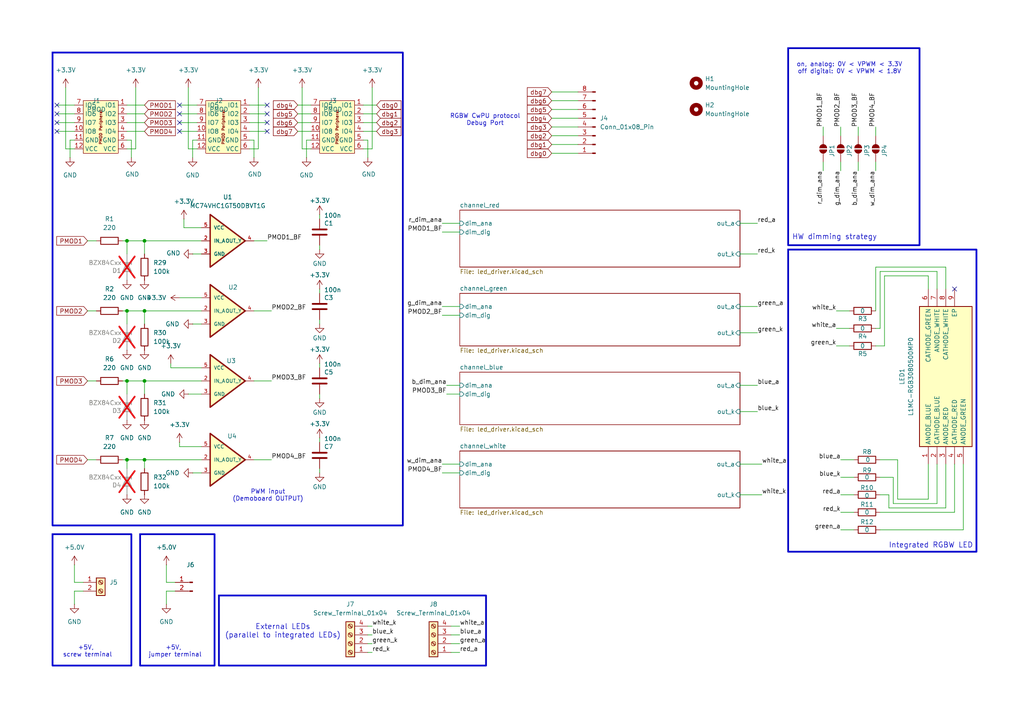
<source format=kicad_sch>
(kicad_sch (version 20250114) (generator "eeschema") (generator_version "9.0")
  (paper "A4")
  (title_block (title "tt08 RGBW Controller PMOD board") (rev "1") (company "Enrico Sanino"))
  (lib_symbols
    (symbol "Connector:Conn_01x02_Pin" (pin_names (offset 1.016) (hide yes))
      (property "Reference" "J" (at 0 2.54 0))
      (property "Value" "Conn_01x02_Pin" (at 0 -5.08 0))
      (symbol "Conn_01x02_Pin_1_1"
        (pin passive line (at 5.08 0 180) (length 3.81) (name "Pin_1") (number "1"))
        (pin passive line (at 5.08 -2.54 180) (length 3.81) (name "Pin_2") (number "2"))
      )
    )
    (symbol "Connector:Conn_01x08_Pin" (pin_names (offset 1.016) (hide yes))
      (property "Reference" "J" (at 0 10.16 0))
      (property "Value" "Conn_01x08_Pin" (at 0 -12.7 0))
      (symbol "Conn_01x08_Pin_1_1"
        (pin passive line (at 5.08 7.62 180) (length 3.81) (name "Pin_1") (number "1"))
        (pin passive line (at 5.08 5.08 180) (length 3.81) (name "Pin_2") (number "2"))
        (pin passive line (at 5.08 2.54 180) (length 3.81) (name "Pin_3") (number "3"))
        (pin passive line (at 5.08 0 180) (length 3.81) (name "Pin_4") (number "4"))
        (pin passive line (at 5.08 -2.54 180) (length 3.81) (name "Pin_5") (number "5"))
        (pin passive line (at 5.08 -5.08 180) (length 3.81) (name "Pin_6") (number "6"))
        (pin passive line (at 5.08 -7.62 180) (length 3.81) (name "Pin_7") (number "7"))
        (pin passive line (at 5.08 -10.16 180) (length 3.81) (name "Pin_8") (number "8"))
      )
    )
    (symbol "Connector:Screw_Terminal_01x02" (pin_names (offset 1.016) (hide yes))
      (property "Reference" "J" (at 0 2.54 0))
      (property "Value" "Screw_Terminal_01x02" (at 0 -5.08 0))
      (symbol "Screw_Terminal_01x02_1_1"
        (pin passive line (at -5.08 0 0) (length 3.81) (name "Pin_1") (number "1"))
        (pin passive line (at -5.08 -2.54 0) (length 3.81) (name "Pin_2") (number "2"))
      )
    )
    (symbol "Connector:Screw_Terminal_01x04" (pin_names (offset 1.016) (hide yes))
      (property "Reference" "J" (at 0 5.08 0))
      (property "Value" "Screw_Terminal_01x04" (at 0 -7.62 0))
      (symbol "Screw_Terminal_01x04_1_1"
        (pin passive line (at -5.08 2.54 0) (length 3.81) (name "Pin_1") (number "1"))
        (pin passive line (at -5.08 0 0) (length 3.81) (name "Pin_2") (number "2"))
        (pin passive line (at -5.08 -2.54 0) (length 3.81) (name "Pin_3") (number "3"))
        (pin passive line (at -5.08 -5.08 0) (length 3.81) (name "Pin_4") (number "4"))
      )
    )
    (symbol "Device:C" (pin_numbers (hide yes)) (pin_names (offset 0.254))
      (property "Reference" "C" (at 0.635 2.54 0))
      (property "Value" "C" (at 0.635 -2.54 0))
      (symbol "C_1_1"
        (pin passive line (at 0 3.81 270) (length 2.794) (name "~") (number "1"))
        (pin passive line (at 0 -3.81 90) (length 2.794) (name "~") (number "2"))
      )
    )
    (symbol "Device:R" (pin_numbers (hide yes)) (pin_names (offset 0))
      (property "Reference" "R" (at 2.032 0 90))
      (property "Value" "R" (at 0 0 90))
      (symbol "R_1_1"
        (pin passive line (at 0 3.81 270) (length 1.27) (name "~") (number "1"))
        (pin passive line (at 0 -3.81 90) (length 1.27) (name "~") (number "2"))
      )
    )
    (symbol "Diode:BZX84Cxx" (pin_numbers (hide yes)) (pin_names (hide yes))
      (property "Reference" "D" (at 0 3.81 0))
      (property "Value" "BZX84Cxx" (at 0 -3.81 0))
      (symbol "BZX84Cxx_1_1"
        (pin passive line (at -3.81 0 0) (length 2.54) (name "K") (number "3"))
        (pin no_connect line (at 1.27 0 180) (length 2.54) (hide yes) (name "NC") (number "2"))
        (pin passive line (at 3.81 0 180) (length 2.54) (name "A") (number "1"))
      )
    )
    (symbol "Jumper:SolderJumper_2_Open" (pin_numbers (hide yes)) (pin_names (offset 0) (hide yes)) (exclude_from_sim yes) (in_bom no)
      (property "Reference" "JP" (at 0 2.032 0))
      (property "Value" "SolderJumper_2_Open" (at 0 -2.54 0))
      (symbol "SolderJumper_2_Open_1_1"
        (pin passive line (at -3.81 0 0) (length 2.54) (name "A") (number "1"))
        (pin passive line (at 3.81 0 180) (length 2.54) (name "B") (number "2"))
      )
    )
    (symbol "L1MC-RGB3080500MP0:L1MC-RGB3080500MP0"
      (property "Reference" "LED" (at 46.99 7.62 0))
      (property "Value" "L1MC-RGB3080500MP0" (at 46.99 5.08 0))
      (symbol "L1MC-RGB3080500MP0_1_1"
        (pin passive line (at 0 0 0) (length 5.08) (name "ANODE_BLUE") (number "1"))
        (pin passive line (at 0 -2.54 0) (length 5.08) (name "CATHODE_BLUE") (number "2"))
        (pin passive line (at 0 -5.08 0) (length 5.08) (name "ANODE_RED") (number "3"))
        (pin passive line (at 0 -7.62 0) (length 5.08) (name "CATHODE_RED") (number "4"))
        (pin passive line (at 0 -10.16 0) (length 5.08) (name "ANODE_GREEN") (number "5"))
        (pin passive line (at 50.8 0 180) (length 5.08) (name "CATHODE_GREEN") (number "6"))
        (pin passive line (at 50.8 -2.54 180) (length 5.08) (name "ANODE_WHITE") (number "7"))
        (pin passive line (at 50.8 -5.08 180) (length 5.08) (name "CATHODE_WHITE") (number "8"))
        (pin passive line (at 50.8 -7.62 180) (length 5.08) (name "EP") (number "9"))
      )
    )
    (symbol "MC74VHC1GT50DTT1:MC74VHC1GT50DTT1" (pin_names (offset 1.016))
      (property "Reference" "U" (at -6.8158 15.7921 0))
      (property "Value" "MC74VHC1GT50DTT1" (at -5.951 -11.458 0))
      (symbol "MC74VHC1GT50DTT1_1_0"
        (pin power_in line (at -17.78 7.62 0) (length 2.54) (name "VCC") (number "5"))
        (pin input line (at -17.78 3.81 0) (length 2.54) (name "IN_A") (number "2"))
        (pin passive line (at -17.78 0 0) (length 2.54) (name "GND") (number "3"))
        (pin no_connect line (at -8.89 -3.81 90) (length 5.08) (hide yes) (name "NC") (number "1"))
        (pin output line (at -2.54 3.81 180) (length 2.54) (name "OUT_Y") (number "4"))
      )
    )
    (symbol "Mechanical:MountingHole" (pin_names (offset 1.016)) (exclude_from_sim yes) (in_bom no)
      (property "Reference" "H" (at 0 5.08 0))
      (property "Value" "MountingHole" (at 0 3.175 0))
    )
    (symbol "TinyTapeout_PMOD:PMOD_PERIPH_2x6"
      (property "Reference" "J" (at -3.81 12.7 0))
      (property "Value" "10129382-912001BLF" (at 2.54 -5.08 0))
      (symbol "PMOD_PERIPH_2x6_1_1"
        (text "PMOD Peripheral" (at 0 3.81 900) (effects (font (size 0.8 0.8))))
        (pin bidirectional line (at -7.62 10.16 0) (length 2.54) (name "IO1") (number "1"))
        (pin bidirectional line (at -7.62 7.62 0) (length 2.54) (name "IO2") (number "2"))
        (pin bidirectional line (at -7.62 5.08 0) (length 2.54) (name "IO3") (number "3"))
        (pin bidirectional line (at -7.62 2.54 0) (length 2.54) (name "IO4") (number "4"))
        (pin power_in line (at -7.62 0 0) (length 2.54) (name "GND") (number "5"))
        (pin power_in line (at -7.62 -2.54 0) (length 2.54) (name "VCC") (number "6"))
        (pin bidirectional line (at 7.62 10.16 180) (length 2.54) (name "IO5") (number "7"))
        (pin bidirectional line (at 7.62 7.62 180) (length 2.54) (name "IO6") (number "8"))
        (pin bidirectional line (at 7.62 5.08 180) (length 2.54) (name "IO7") (number "9"))
        (pin bidirectional line (at 7.62 2.54 180) (length 2.54) (name "IO8") (number "10"))
        (pin power_in line (at 7.62 0 180) (length 2.54) (name "GND") (number "11"))
        (pin power_in line (at 7.62 -2.54 180) (length 2.54) (name "VCC") (number "12"))
      )
    )
    (symbol "power:+3.3V" (power) (pin_numbers (hide yes)) (pin_names (offset 0) (hide yes))
      (property "Value" "+3.3V" (at 0 3.556 0))
      (symbol "+3.3V_1_1"
        (pin power_in line (at 0 0 90) (length 0) (name "~") (number "1"))
      )
    )
    (symbol "power:GND" (power) (pin_numbers (hide yes)) (pin_names (offset 0) (hide yes))
      (property "Value" "GND" (at 0 -3.81 0))
      (symbol "GND_1_1"
        (pin power_in line (at 0 0 270) (length 0) (name "~") (number "1"))
      )
    )
  )
  (rectangle (start 228.6 72.39) (end 283.21 160.02) (stroke (width 0.508)))
  (rectangle (start 15.24 15.24) (end 116.84 152.4) (stroke (width 0.508)))
  (rectangle (start 40.64 154.94) (end 62.23 193.04) (stroke (width 0.508)))
  (rectangle (start 63.5 172.72) (end 140.97 193.04) (stroke (width 0.508)))
  (rectangle (start 228.6 13.97) (end 266.7 71.12) (stroke (width 0.508)))
  (rectangle (start 15.24 154.94) (end 38.1 193.04) (stroke (width 0.508)))
  (text "on, analog: 0V < VPWM < 3.3V\noff digital: 0V < VPWM < 1.8V" (at 246.38 19.812 0) (effects (font (size 1.27 1.27))))
  (text "Integrated RGBW LED" (at 270.002 158.242 0) (effects (font (size 1.524 1.524))))
  (text "+5V, \nscrew terminal" (at 25.4 188.976 0) (effects (font (size 1.27 1.27))))
  (text "External LEDs\n(parallel to integrated LEDs)" (at 82.042 183.134 0) (effects (font (size 1.524 1.524))))
  (text "PWM input\n(Demoboard OUTPUT)" (at 77.724 143.764 0) (effects (font (size 1.27 1.27))))
  (text "+5V, \njumper terminal" (at 50.8 188.976 0) (effects (font (size 1.27 1.27))))
  (text "HW dimming strategy" (at 242.062 68.834 0) (effects (font (size 1.524 1.524))))
  (text "RGBW CwPU protocol\nDebug Port" (at 140.716 34.798 0) (effects (font (size 1.27 1.27))))
  (junction (at 36.83 69.85))
  (junction (at 41.91 90.17))
  (junction (at 41.91 110.49))
  (junction (at 41.91 133.35))
  (junction (at 36.83 90.17))
  (junction (at 36.83 133.35))
  (junction (at 41.91 69.85))
  (junction (at 36.83 110.49))
  (no_connect (at 52.07 30.48))
  (no_connect (at 16.51 35.56))
  (no_connect (at 16.51 33.02))
  (no_connect (at 16.51 38.1))
  (no_connect (at 77.47 33.02))
  (no_connect (at 77.47 30.48))
  (no_connect (at 77.47 38.1))
  (no_connect (at 276.86 83.82))
  (no_connect (at 16.51 30.48))
  (no_connect (at 77.47 35.56))
  (no_connect (at 52.07 33.02))
  (no_connect (at 52.07 35.56))
  (no_connect (at 52.07 38.1))
  (wire (pts (xy 55.88 137.16) (xy 58.42 137.16)))
  (wire (pts (xy 41.91 110.49) (xy 41.91 114.3)))
  (wire (pts (xy 255.27 133.35) (xy 260.35 133.35)))
  (wire (pts (xy 106.68 40.64) (xy 106.68 45.72)))
  (wire (pts (xy 133.35 184.15) (xy 130.81 184.15)))
  (wire (pts (xy 107.95 43.18) (xy 105.41 43.18)))
  (wire (pts (xy 269.24 80.01) (xy 269.24 83.82)))
  (wire (pts (xy 167.64 29.21) (xy 160.02 29.21)))
  (wire (pts (xy 88.9 40.64) (xy 88.9 45.72)))
  (wire (pts (xy 243.84 133.35) (xy 247.65 133.35)))
  (wire (pts (xy 16.51 30.48) (xy 21.59 30.48)))
  (wire (pts (xy 254 95.25) (xy 255.27 95.25)))
  (wire (pts (xy 36.83 30.48) (xy 41.91 30.48)))
  (wire (pts (xy 105.41 30.48) (xy 109.22 30.48)))
  (wire (pts (xy 128.27 88.9) (xy 133.35 88.9)))
  (wire (pts (xy 167.64 41.91) (xy 160.02 41.91)))
  (wire (pts (xy 36.83 33.02) (xy 41.91 33.02)))
  (wire (pts (xy 58.42 106.68) (xy 49.53 106.68)))
  (wire (pts (xy 276.86 134.62) (xy 276.86 148.59)))
  (wire (pts (xy 214.63 134.62) (xy 220.98 134.62)))
  (wire (pts (xy 36.83 90.17) (xy 41.91 90.17)))
  (wire (pts (xy 41.91 69.85) (xy 58.42 69.85)))
  (wire (pts (xy 73.66 69.85) (xy 77.47 69.85)))
  (wire (pts (xy 238.76 36.83) (xy 238.76 39.37)))
  (wire (pts (xy 242.57 90.17) (xy 246.38 90.17)))
  (wire (pts (xy 254 77.47) (xy 274.32 77.47)))
  (wire (pts (xy 214.63 88.9) (xy 219.71 88.9)))
  (wire (pts (xy 21.59 171.45) (xy 21.59 175.26)))
  (wire (pts (xy 214.63 119.38) (xy 219.71 119.38)))
  (wire (pts (xy 167.64 34.29) (xy 160.02 34.29)))
  (wire (pts (xy 254 100.33) (xy 256.54 100.33)))
  (wire (pts (xy 243.84 143.51) (xy 247.65 143.51)))
  (wire (pts (xy 133.35 189.23) (xy 130.81 189.23)))
  (wire (pts (xy 269.24 134.62) (xy 269.24 144.78)))
  (wire (pts (xy 25.4 133.35) (xy 27.94 133.35)))
  (wire (pts (xy 25.4 69.85) (xy 27.94 69.85)))
  (wire (pts (xy 167.64 39.37) (xy 160.02 39.37)))
  (wire (pts (xy 128.27 137.16) (xy 133.35 137.16)))
  (wire (pts (xy 19.05 43.18) (xy 21.59 43.18)))
  (wire (pts (xy 105.41 38.1) (xy 109.22 38.1)))
  (wire (pts (xy 41.91 90.17) (xy 58.42 90.17)))
  (wire (pts (xy 52.07 86.36) (xy 58.42 86.36)))
  (wire (pts (xy 254 36.83) (xy 254 39.37)))
  (wire (pts (xy 107.95 189.23) (xy 106.68 189.23)))
  (wire (pts (xy 50.8 168.91) (xy 48.26 168.91)))
  (wire (pts (xy 24.13 168.91) (xy 21.59 168.91)))
  (wire (pts (xy 52.07 33.02) (xy 57.15 33.02)))
  (wire (pts (xy 54.61 43.18) (xy 57.15 43.18)))
  (wire (pts (xy 36.83 69.85) (xy 41.91 69.85)))
  (wire (pts (xy 255.27 95.25) (xy 255.27 78.74)))
  (wire (pts (xy 73.66 133.35) (xy 78.74 133.35)))
  (wire (pts (xy 128.27 67.31) (xy 133.35 67.31)))
  (wire (pts (xy 25.4 110.49) (xy 27.94 110.49)))
  (wire (pts (xy 256.54 80.01) (xy 256.54 100.33)))
  (wire (pts (xy 36.83 110.49) (xy 41.91 110.49)))
  (wire (pts (xy 92.71 127) (xy 92.71 128.27)))
  (wire (pts (xy 38.1 40.64) (xy 38.1 45.72)))
  (wire (pts (xy 41.91 133.35) (xy 41.91 135.89)))
  (wire (pts (xy 73.66 110.49) (xy 78.74 110.49)))
  (wire (pts (xy 16.51 38.1) (xy 21.59 38.1)))
  (wire (pts (xy 73.66 40.64) (xy 73.66 45.72)))
  (wire (pts (xy 269.24 80.01) (xy 256.54 80.01)))
  (wire (pts (xy 55.88 40.64) (xy 57.15 40.64)))
  (wire (pts (xy 36.83 133.35) (xy 36.83 135.89)))
  (wire (pts (xy 243.84 36.83) (xy 243.84 39.37)))
  (wire (pts (xy 35.56 133.35) (xy 36.83 133.35)))
  (wire (pts (xy 55.88 93.98) (xy 58.42 93.98)))
  (wire (pts (xy 58.42 129.54) (xy 52.07 129.54)))
  (wire (pts (xy 274.32 134.62) (xy 274.32 147.32)))
  (wire (pts (xy 87.63 43.18) (xy 90.17 43.18)))
  (wire (pts (xy 107.95 186.69) (xy 106.68 186.69)))
  (wire (pts (xy 214.63 73.66) (xy 219.71 73.66)))
  (wire (pts (xy 133.35 181.61) (xy 130.81 181.61)))
  (wire (pts (xy 36.83 40.64) (xy 38.1 40.64)))
  (wire (pts (xy 167.64 26.67) (xy 160.02 26.67)))
  (wire (pts (xy 72.39 35.56) (xy 77.47 35.56)))
  (wire (pts (xy 254 46.99) (xy 254 49.53)))
  (wire (pts (xy 35.56 69.85) (xy 36.83 69.85)))
  (wire (pts (xy 243.84 46.99) (xy 243.84 49.53)))
  (wire (pts (xy 105.41 35.56) (xy 109.22 35.56)))
  (wire (pts (xy 248.92 36.83) (xy 248.92 39.37)))
  (wire (pts (xy 269.24 144.78) (xy 260.35 144.78)))
  (wire (pts (xy 242.57 95.25) (xy 246.38 95.25)))
  (wire (pts (xy 107.95 184.15) (xy 106.68 184.15)))
  (wire (pts (xy 41.91 69.85) (xy 41.91 73.66)))
  (wire (pts (xy 92.71 62.23) (xy 92.71 63.5)))
  (wire (pts (xy 92.71 83.82) (xy 92.71 85.09)))
  (wire (pts (xy 54.61 25.4) (xy 54.61 43.18)))
  (wire (pts (xy 86.36 30.48) (xy 90.17 30.48)))
  (wire (pts (xy 214.63 64.77) (xy 219.71 64.77)))
  (wire (pts (xy 92.71 135.89) (xy 92.71 137.16)))
  (wire (pts (xy 21.59 168.91) (xy 21.59 163.83)))
  (wire (pts (xy 72.39 40.64) (xy 73.66 40.64)))
  (wire (pts (xy 167.64 44.45) (xy 160.02 44.45)))
  (wire (pts (xy 16.51 35.56) (xy 21.59 35.56)))
  (wire (pts (xy 25.4 90.17) (xy 27.94 90.17)))
  (wire (pts (xy 50.8 171.45) (xy 48.26 171.45)))
  (wire (pts (xy 133.35 186.69) (xy 130.81 186.69)))
  (wire (pts (xy 167.64 31.75) (xy 160.02 31.75)))
  (wire (pts (xy 255.27 138.43) (xy 259.08 138.43)))
  (wire (pts (xy 243.84 138.43) (xy 247.65 138.43)))
  (wire (pts (xy 72.39 38.1) (xy 77.47 38.1)))
  (wire (pts (xy 243.84 148.59) (xy 247.65 148.59)))
  (wire (pts (xy 52.07 30.48) (xy 57.15 30.48)))
  (wire (pts (xy 274.32 77.47) (xy 274.32 83.82)))
  (wire (pts (xy 243.84 153.67) (xy 247.65 153.67)))
  (wire (pts (xy 107.95 25.4) (xy 107.95 43.18)))
  (wire (pts (xy 86.36 33.02) (xy 90.17 33.02)))
  (wire (pts (xy 36.83 110.49) (xy 36.83 114.3)))
  (wire (pts (xy 92.71 114.3) (xy 92.71 115.57)))
  (wire (pts (xy 54.61 114.3) (xy 58.42 114.3)))
  (wire (pts (xy 214.63 111.76) (xy 219.71 111.76)))
  (wire (pts (xy 260.35 144.78) (xy 260.35 133.35)))
  (wire (pts (xy 24.13 171.45) (xy 21.59 171.45)))
  (wire (pts (xy 20.32 40.64) (xy 20.32 45.72)))
  (wire (pts (xy 52.07 38.1) (xy 57.15 38.1)))
  (wire (pts (xy 16.51 33.02) (xy 21.59 33.02)))
  (wire (pts (xy 55.88 73.66) (xy 58.42 73.66)))
  (wire (pts (xy 36.83 35.56) (xy 41.91 35.56)))
  (wire (pts (xy 214.63 143.51) (xy 220.98 143.51)))
  (wire (pts (xy 58.42 66.04) (xy 53.34 66.04)))
  (wire (pts (xy 35.56 90.17) (xy 36.83 90.17)))
  (wire (pts (xy 20.32 40.64) (xy 21.59 40.64)))
  (wire (pts (xy 35.56 110.49) (xy 36.83 110.49)))
  (wire (pts (xy 279.4 134.62) (xy 279.4 153.67)))
  (wire (pts (xy 36.83 38.1) (xy 41.91 38.1)))
  (wire (pts (xy 129.54 114.3) (xy 133.35 114.3)))
  (wire (pts (xy 128.27 134.62) (xy 133.35 134.62)))
  (wire (pts (xy 48.26 168.91) (xy 48.26 163.83)))
  (wire (pts (xy 88.9 40.64) (xy 90.17 40.64)))
  (wire (pts (xy 257.81 147.32) (xy 274.32 147.32)))
  (wire (pts (xy 52.07 129.54) (xy 52.07 128.27)))
  (wire (pts (xy 242.57 100.33) (xy 246.38 100.33)))
  (wire (pts (xy 87.63 25.4) (xy 87.63 43.18)))
  (wire (pts (xy 257.81 143.51) (xy 257.81 147.32)))
  (wire (pts (xy 255.27 143.51) (xy 257.81 143.51)))
  (wire (pts (xy 49.53 106.68) (xy 49.53 105.41)))
  (wire (pts (xy 238.76 46.99) (xy 238.76 49.53)))
  (wire (pts (xy 48.26 171.45) (xy 48.26 175.26)))
  (wire (pts (xy 86.36 35.56) (xy 90.17 35.56)))
  (wire (pts (xy 41.91 133.35) (xy 58.42 133.35)))
  (wire (pts (xy 36.83 69.85) (xy 36.83 73.66)))
  (wire (pts (xy 259.08 138.43) (xy 259.08 146.05)))
  (wire (pts (xy 128.27 91.44) (xy 133.35 91.44)))
  (wire (pts (xy 129.54 111.76) (xy 133.35 111.76)))
  (wire (pts (xy 105.41 33.02) (xy 109.22 33.02)))
  (wire (pts (xy 255.27 153.67) (xy 279.4 153.67)))
  (wire (pts (xy 39.37 25.4) (xy 39.37 43.18)))
  (wire (pts (xy 74.93 25.4) (xy 74.93 43.18)))
  (wire (pts (xy 255.27 78.74) (xy 271.78 78.74)))
  (wire (pts (xy 36.83 90.17) (xy 36.83 93.98)))
  (wire (pts (xy 41.91 110.49) (xy 58.42 110.49)))
  (wire (pts (xy 55.88 40.64) (xy 55.88 45.72)))
  (wire (pts (xy 53.34 66.04) (xy 53.34 63.5)))
  (wire (pts (xy 92.71 92.71) (xy 92.71 93.98)))
  (wire (pts (xy 107.95 181.61) (xy 106.68 181.61)))
  (wire (pts (xy 259.08 146.05) (xy 271.78 146.05)))
  (wire (pts (xy 41.91 90.17) (xy 41.91 93.98)))
  (wire (pts (xy 105.41 40.64) (xy 106.68 40.64)))
  (wire (pts (xy 52.07 35.56) (xy 57.15 35.56)))
  (wire (pts (xy 19.05 25.4) (xy 19.05 43.18)))
  (wire (pts (xy 255.27 148.59) (xy 276.86 148.59)))
  (wire (pts (xy 39.37 43.18) (xy 36.83 43.18)))
  (wire (pts (xy 248.92 46.99) (xy 248.92 49.53)))
  (wire (pts (xy 92.71 71.12) (xy 92.71 72.39)))
  (wire (pts (xy 128.27 64.77) (xy 133.35 64.77)))
  (wire (pts (xy 167.64 36.83) (xy 160.02 36.83)))
  (wire (pts (xy 72.39 30.48) (xy 77.47 30.48)))
  (wire (pts (xy 254 77.47) (xy 254 90.17)))
  (wire (pts (xy 74.93 43.18) (xy 72.39 43.18)))
  (wire (pts (xy 36.83 133.35) (xy 41.91 133.35)))
  (wire (pts (xy 86.36 38.1) (xy 90.17 38.1)))
  (wire (pts (xy 271.78 78.74) (xy 271.78 83.82)))
  (wire (pts (xy 214.63 96.52) (xy 219.71 96.52)))
  (wire (pts (xy 73.66 90.17) (xy 78.74 90.17)))
  (wire (pts (xy 92.71 105.41) (xy 92.71 106.68)))
  (wire (pts (xy 271.78 134.62) (xy 271.78 146.05)))
  (wire (pts (xy 72.39 33.02) (xy 77.47 33.02)))
  (label "w_dim_ana" (at 254 49.53 270))
  (label "green_k" (at 219.71 96.52 0))
  (label "blue_a" (at 219.71 111.76 0))
  (label "r_dim_ana" (at 238.76 49.53 270))
  (label "red_a" (at 243.84 143.51 180))
  (label "blue_k" (at 219.71 119.38 0))
  (label "b_dim_ana" (at 129.54 111.76 180))
  (label "white_k" (at 220.98 143.51 0))
  (label "white_k" (at 107.95 181.61 0))
  (label "PMOD2_BF" (at 128.27 91.44 180))
  (label "g_dim_ana" (at 128.27 88.9 180))
  (label "PMOD3_BF" (at 248.92 36.83 90))
  (label "r_dim_ana" (at 128.27 64.77 180))
  (label "PMOD1_BF" (at 238.76 36.83 90))
  (label "PMOD2_BF" (at 243.84 36.83 90))
  (label "white_a" (at 242.57 95.25 180))
  (label "red_k" (at 219.71 73.66 0))
  (label "blue_a" (at 133.35 184.15 0))
  (label "PMOD4_BF" (at 128.27 137.16 180))
  (label "blue_a" (at 243.84 133.35 180))
  (label "w_dim_ana" (at 128.27 134.62 180))
  (label "PMOD1_BF" (at 77.47 69.85 0))
  (label "red_k" (at 107.95 189.23 0))
  (label "PMOD3_BF" (at 129.54 114.3 180))
  (label "PMOD4_BF" (at 254 36.83 90))
  (label "g_dim_ana" (at 243.84 49.53 270))
  (label "green_a" (at 133.35 186.69 0))
  (label "red_k" (at 243.84 148.59 180))
  (label "white_a" (at 133.35 181.61 0))
  (label "red_a" (at 133.35 189.23 0))
  (label "PMOD1_BF" (at 128.27 67.31 180))
  (label "green_a" (at 219.71 88.9 0))
  (label "green_a" (at 243.84 153.67 180))
  (label "green_k" (at 242.57 100.33 180))
  (label "blue_k" (at 243.84 138.43 180))
  (label "blue_k" (at 107.95 184.15 0))
  (label "PMOD3_BF" (at 78.74 110.49 0))
  (label "b_dim_ana" (at 248.92 49.53 270))
  (label "PMOD2_BF" (at 78.74 90.17 0))
  (label "white_k" (at 242.57 90.17 180))
  (label "green_k" (at 107.95 186.69 0))
  (label "PMOD4_BF" (at 78.74 133.35 0))
  (label "white_a" (at 220.98 134.62 0))
  (label "red_a" (at 219.71 64.77 0))
  (global_label "dbg2" (shape input) (at 109.22 35.56 0) (property "Intersheetrefs" "${INTERSHEET_REFS}" (effects (hide yes))))
  (global_label "PMOD2" (shape input) (at 41.91 33.02 0) (property "Intersheetrefs" "${INTERSHEET_REFS}" (effects (hide yes))))
  (global_label "PMOD3" (shape input) (at 41.91 35.56 0) (property "Intersheetrefs" "${INTERSHEET_REFS}" (effects (hide yes))))
  (global_label "dbg6" (shape input) (at 86.36 35.56 180) (property "Intersheetrefs" "${INTERSHEET_REFS}" (effects (hide yes))))
  (global_label "PMOD2" (shape input) (at 25.4 90.17 180) (property "Intersheetrefs" "${INTERSHEET_REFS}" (effects (hide yes))))
  (global_label "dbg5" (shape input) (at 86.36 33.02 180) (property "Intersheetrefs" "${INTERSHEET_REFS}" (effects (hide yes))))
  (global_label "dbg7" (shape input) (at 160.02 26.67 180) (property "Intersheetrefs" "${INTERSHEET_REFS}" (effects (hide yes))))
  (global_label "dbg3" (shape input) (at 160.02 36.83 180) (property "Intersheetrefs" "${INTERSHEET_REFS}" (effects (hide yes))))
  (global_label "dbg4" (shape input) (at 86.36 30.48 180) (property "Intersheetrefs" "${INTERSHEET_REFS}" (effects (hide yes))))
  (global_label "PMOD3" (shape input) (at 25.4 110.49 180) (property "Intersheetrefs" "${INTERSHEET_REFS}" (effects (hide yes))))
  (global_label "dbg3" (shape input) (at 109.22 38.1 0) (property "Intersheetrefs" "${INTERSHEET_REFS}" (effects (hide yes))))
  (global_label "PMOD4" (shape input) (at 41.91 38.1 0) (property "Intersheetrefs" "${INTERSHEET_REFS}" (effects (hide yes))))
  (global_label "PMOD1" (shape input) (at 41.91 30.48 0) (property "Intersheetrefs" "${INTERSHEET_REFS}" (effects (hide yes))))
  (global_label "dbg1" (shape input) (at 109.22 33.02 0) (property "Intersheetrefs" "${INTERSHEET_REFS}" (effects (hide yes))))
  (global_label "dbg6" (shape input) (at 160.02 29.21 180) (property "Intersheetrefs" "${INTERSHEET_REFS}" (effects (hide yes))))
  (global_label "PMOD1" (shape input) (at 25.4 69.85 180) (property "Intersheetrefs" "${INTERSHEET_REFS}" (effects (hide yes))))
  (global_label "PMOD4" (shape input) (at 25.4 133.35 180) (property "Intersheetrefs" "${INTERSHEET_REFS}" (effects (hide yes))))
  (global_label "dbg5" (shape input) (at 160.02 31.75 180) (property "Intersheetrefs" "${INTERSHEET_REFS}" (effects (hide yes))))
  (global_label "dbg1" (shape input) (at 160.02 41.91 180) (property "Intersheetrefs" "${INTERSHEET_REFS}" (effects (hide yes))))
  (global_label "dbg0" (shape input) (at 109.22 30.48 0) (property "Intersheetrefs" "${INTERSHEET_REFS}" (effects (hide yes))))
  (global_label "dbg0" (shape input) (at 160.02 44.45 180) (property "Intersheetrefs" "${INTERSHEET_REFS}" (effects (hide yes))))
  (global_label "dbg7" (shape input) (at 86.36 38.1 180) (property "Intersheetrefs" "${INTERSHEET_REFS}" (effects (hide yes))))
  (global_label "dbg2" (shape input) (at 160.02 39.37 180) (property "Intersheetrefs" "${INTERSHEET_REFS}" (effects (hide yes))))
  (global_label "dbg4" (shape input) (at 160.02 34.29 180) (property "Intersheetrefs" "${INTERSHEET_REFS}" (effects (hide yes))))
  (symbol (lib_id "power:GND") (at 41.91 121.92 0) (unit 1)
    (property "Reference" "#PWR030" (effects (hide yes)))
    (property "Value" "GND" (at 41.91 127 0))
    (property "Description" "Power symbol creates a global label with name \"GND\" , ground" (effects (hide yes)))
  )
  (symbol (lib_id "power:GND") (at 92.71 72.39 0) (unit 1)
    (property "Reference" "#PWR015" (effects (hide yes)))
    (property "Value" "GND" (at 92.71 76.454 0))
    (property "Description" "Power symbol creates a global label with name \"GND\" , ground" (effects (hide yes)))
  )
  (symbol (lib_id "power:GND") (at 36.83 81.28 0) (unit 1)
    (property "Reference" "#PWR017" (effects (hide yes)))
    (property "Value" "GND" (at 36.83 86.36 0))
    (property "Description" "Power symbol creates a global label with name \"GND\" , ground" (effects (hide yes)))
  )
  (symbol (lib_id "Device:C") (at 92.71 132.08 0) (unit 1)
    (property "Reference" "C7" (at 93.98 129.54 0) (effects (justify left)))
    (property "Value" "100n" (at 93.98 127.254 0) (effects (justify left)))
    (property "Footprint" "Capacitor_SMD:C_0603_1608Metric_Pad1.08x0.95mm_HandSolder" (effects (hide yes)))
    (property "Description" "Unpolarized capacitor" (effects (hide yes)))
  )
  (symbol (lib_id "Jumper:SolderJumper_2_Open") (at 238.76 43.18 90) (unit 1) (exclude_from_sim yes) (in_bom no)
    (property "Reference" "JP1" (at 241.3 41.9099 0) (effects (justify right)))
    (property "Value" "SolderJumper_2_Open" (effects (hide yes)))
    (property "Footprint" "Jumper:SolderJumper-2_P1.3mm_Open_TrianglePad1.0x1.5mm" (effects (hide yes)))
    (property "Description" "Solder Jumper, 2-pole, open" (effects (hide yes)))
  )
  (symbol (lib_id "Device:R") (at 251.46 148.59 90) (unit 1)
    (property "Reference" "R11" (at 251.46 146.304 90))
    (property "Value" "0" (at 251.46 148.59 90))
    (property "Footprint" "Resistor_SMD:R_0603_1608Metric_Pad0.98x0.95mm_HandSolder" (effects (hide yes)))
    (property "Description" "Resistor" (effects (hide yes)))
  )
  (symbol (lib_id "power:GND") (at 20.32 45.72 0) (unit 1)
    (property "Reference" "#PWR07" (effects (hide yes)))
    (property "Value" "GND" (at 20.32 50.8 0))
    (property "Description" "Power symbol creates a global label with name \"GND\" , ground" (effects (hide yes)))
  )
  (symbol (lib_id "Device:R") (at 41.91 118.11 180) (unit 1)
    (property "Reference" "R31" (at 44.45 116.8399 0) (effects (justify right)))
    (property "Value" "100k" (at 44.45 119.3799 0) (effects (justify right)))
    (property "Footprint" "Resistor_SMD:R_0603_1608Metric_Pad0.98x0.95mm_HandSolder" (effects (hide yes)))
    (property "Description" "Resistor" (effects (hide yes)))
  )
  (symbol (lib_id "power:GND") (at 41.91 81.28 0) (unit 1)
    (property "Reference" "#PWR018" (effects (hide yes)))
    (property "Value" "GND" (at 41.91 86.36 0))
    (property "Description" "Power symbol creates a global label with name \"GND\" , ground" (effects (hide yes)))
  )
  (symbol (lib_id "power:GND") (at 92.71 115.57 0) (unit 1)
    (property "Reference" "#PWR028" (effects (hide yes)))
    (property "Value" "GND" (at 92.71 119.634 0))
    (property "Description" "Power symbol creates a global label with name \"GND\" , ground" (effects (hide yes)))
  )
  (symbol (lib_id "power:+3.3V") (at 21.59 163.83 0) (unit 1)
    (property "Reference" "#PWR037" (effects (hide yes)))
    (property "Value" "+5.0V" (at 21.59 158.75 0))
    (property "Description" "Power symbol creates a global label with name \"+3.3V\"" (effects (hide yes)))
  )
  (symbol (lib_id "power:+3.3V") (at 19.05 25.4 0) (unit 1)
    (property "Reference" "#PWR01" (effects (hide yes)))
    (property "Value" "+3.3V" (at 19.05 20.32 0))
    (property "Description" "Power symbol creates a global label with name \"+3.3V\"" (effects (hide yes)))
  )
  (symbol (lib_id "power:+3.3V") (at 54.61 25.4 0) (unit 1)
    (property "Reference" "#PWR03" (effects (hide yes)))
    (property "Value" "+3.3V" (at 54.61 20.32 0))
    (property "Description" "Power symbol creates a global label with name \"+3.3V\"" (effects (hide yes)))
  )
  (symbol (lib_id "Device:C") (at 92.71 110.49 0) (unit 1)
    (property "Reference" "C5" (at 93.98 107.95 0) (effects (justify left)))
    (property "Value" "100n" (at 93.98 105.664 0) (effects (justify left)))
    (property "Footprint" "Capacitor_SMD:C_0603_1608Metric_Pad1.08x0.95mm_HandSolder" (effects (hide yes)))
    (property "Description" "Unpolarized capacitor" (effects (hide yes)))
  )
  (symbol (lib_id "power:GND") (at 48.26 175.26 0) (unit 1)
    (property "Reference" "#PWR040" (effects (hide yes)))
    (property "Value" "GND" (at 48.26 180.34 0))
    (property "Description" "Power symbol creates a global label with name \"GND\" , ground" (effects (hide yes)))
  )
  (symbol (lib_id "Device:R") (at 251.46 143.51 90) (unit 1)
    (property "Reference" "R10" (at 251.46 141.478 90))
    (property "Value" "0" (at 251.46 143.764 90))
    (property "Footprint" "Resistor_SMD:R_0603_1608Metric_Pad0.98x0.95mm_HandSolder" (effects (hide yes)))
    (property "Description" "Resistor" (effects (hide yes)))
  )
  (symbol (lib_id "power:GND") (at 54.61 114.3 270) (unit 1)
    (property "Reference" "#PWR027" (effects (hide yes)))
    (property "Value" "GND" (at 50.8 114.2999 90) (effects (justify right)))
    (property "Description" "Power symbol creates a global label with name \"GND\" , ground" (effects (hide yes)))
  )
  (symbol (lib_id "Device:R") (at 31.75 90.17 90) (unit 1)
    (property "Reference" "R2" (at 31.75 83.82 90))
    (property "Value" "220" (at 31.75 86.36 90))
    (property "Footprint" "Resistor_SMD:R_0603_1608Metric_Pad0.98x0.95mm_HandSolder" (effects (hide yes)))
    (property "Description" "Resistor" (effects (hide yes)))
  )
  (symbol (lib_id "Jumper:SolderJumper_2_Open") (at 248.92 43.18 90) (unit 1) (exclude_from_sim yes) (in_bom no)
    (property "Reference" "JP3" (at 251.46 41.91 0) (effects (justify right)))
    (property "Value" "SolderJumper_2_Open" (effects (hide yes)))
    (property "Footprint" "Jumper:SolderJumper-2_P1.3mm_Open_TrianglePad1.0x1.5mm" (effects (hide yes)))
    (property "Description" "Solder Jumper, 2-pole, open" (effects (hide yes)))
  )
  (symbol (lib_id "MC74VHC1GT50DTT1:MC74VHC1GT50DTT1") (at 76.2 114.3 0) (unit 1)
    (property "Reference" "U3" (at 67.056 104.648 0))
    (property "Value" "MC74VHC1GT50DBVT1G" (effects (hide yes)))
    (property "Footprint" "MC74VHC1GT50DTT1:SOT95P275X110-5N" (effects (hide yes)))
    (property "MF" "ON Semiconductor" (effects (hide yes)))
    (property "Description_1" "\n                        \n                            Buffer, Non-Inverting 1 Element 1 Bit per Element  Output 5-TSOP\n                        \n" (effects (hide yes)))
    (property "PACKAGE" "TSOP-5" (effects (hide yes)))
    (property "MPN" "MC74VHC1GT50DTT1" (effects (hide yes)))
    (property "Price" "None" (effects (hide yes)))
    (property "Package" "TSOP-5 ON Semiconductor" (effects (hide yes)))
    (property "OC_FARNELL" "1652259" (effects (hide yes)))
    (property "SnapEDA_Link" "https://www.snapeda.com/parts/MC74VHC1GT50DTT1/Onsemi/view-part/?ref=snap" (effects (hide yes)))
    (property "MP" "MC74VHC1GT50DTT1" (effects (hide yes)))
    (property "SUPPLIER" "ON SEMICONDUCTOR" (effects (hide yes)))
    (property "OC_NEWARK" "35C3058" (effects (hide yes)))
    (property "Availability" "In Stock" (effects (hide yes)))
    (property "Check_prices" "https://www.snapeda.com/parts/MC74VHC1GT50DTT1/Onsemi/view-part/?ref=eda" (effects (hide yes)))
  )
  (symbol (lib_id "power:GND") (at 92.71 93.98 0) (unit 1)
    (property "Reference" "#PWR022" (effects (hide yes)))
    (property "Value" "GND" (at 92.71 98.044 0))
    (property "Description" "Power symbol creates a global label with name \"GND\" , ground" (effects (hide yes)))
  )
  (symbol (lib_id "Diode:BZX84Cxx") (at 36.83 139.7 270) (unit 1) (dnp yes)
    (property "Reference" "D4" (at 32.512 140.716 90) (effects (justify left)))
    (property "Value" "BZX84Cxx" (at 25.654 138.43 90) (effects (justify left)))
    (property "Footprint" "Package_TO_SOT_SMD:SOT-23-3" (effects (hide yes)))
    (property "Datasheet" "https://diotec.com/tl_files/diotec/files/pdf/datasheets/bzx84c2v4.pdf" (effects (hide yes)))
    (property "Description" "300mW Zener Diode, SOT-23" (effects (hide yes)))
  )
  (symbol (lib_id "Device:R") (at 41.91 77.47 180) (unit 1)
    (property "Reference" "R29" (at 44.45 76.1999 0) (effects (justify right)))
    (property "Value" "100k" (at 44.45 78.7399 0) (effects (justify right)))
    (property "Footprint" "Resistor_SMD:R_0603_1608Metric_Pad0.98x0.95mm_HandSolder" (effects (hide yes)))
    (property "Description" "Resistor" (effects (hide yes)))
  )
  (symbol (lib_id "power:+3.3V") (at 53.34 63.5 0) (unit 1)
    (property "Reference" "#PWR014" (effects (hide yes)))
    (property "Value" "+3.3V" (at 53.34 58.42 0))
    (property "Description" "Power symbol creates a global label with name \"+3.3V\"" (effects (hide yes)))
  )
  (symbol (lib_id "power:GND") (at 41.91 143.51 0) (unit 1)
    (property "Reference" "#PWR036" (effects (hide yes)))
    (property "Value" "GND" (at 41.91 148.59 0))
    (property "Description" "Power symbol creates a global label with name \"GND\" , ground" (effects (hide yes)))
  )
  (symbol (lib_id "MC74VHC1GT50DTT1:MC74VHC1GT50DTT1") (at 76.2 93.98 0) (unit 1)
    (property "Reference" "U2" (at 67.564 83.312 0))
    (property "Value" "MC74VHC1GT50DBVT1G" (effects (hide yes)))
    (property "Footprint" "MC74VHC1GT50DTT1:SOT95P275X110-5N" (effects (hide yes)))
    (property "MF" "ON Semiconductor" (effects (hide yes)))
    (property "Description_1" "\n                        \n                            Buffer, Non-Inverting 1 Element 1 Bit per Element  Output 5-TSOP\n                        \n" (effects (hide yes)))
    (property "PACKAGE" "TSOP-5" (effects (hide yes)))
    (property "MPN" "MC74VHC1GT50DTT1" (effects (hide yes)))
    (property "Price" "None" (effects (hide yes)))
    (property "Package" "TSOP-5 ON Semiconductor" (effects (hide yes)))
    (property "OC_FARNELL" "1652259" (effects (hide yes)))
    (property "SnapEDA_Link" "https://www.snapeda.com/parts/MC74VHC1GT50DTT1/Onsemi/view-part/?ref=snap" (effects (hide yes)))
    (property "MP" "MC74VHC1GT50DTT1" (effects (hide yes)))
    (property "SUPPLIER" "ON SEMICONDUCTOR" (effects (hide yes)))
    (property "OC_NEWARK" "35C3058" (effects (hide yes)))
    (property "Availability" "In Stock" (effects (hide yes)))
    (property "Check_prices" "https://www.snapeda.com/parts/MC74VHC1GT50DTT1/Onsemi/view-part/?ref=eda" (effects (hide yes)))
  )
  (symbol (lib_id "Device:R") (at 251.46 133.35 90) (unit 1)
    (property "Reference" "R8" (at 251.46 131.064 90))
    (property "Value" "0" (at 251.714 133.35 90))
    (property "Footprint" "Resistor_SMD:R_0603_1608Metric_Pad0.98x0.95mm_HandSolder" (effects (hide yes)))
    (property "Description" "Resistor" (effects (hide yes)))
  )
  (symbol (lib_id "Connector:Conn_01x08_Pin") (at 172.72 36.83 180) (unit 1)
    (property "Reference" "J4" (at 173.99 34.2899 0) (effects (justify right)))
    (property "Value" "Conn_01x08_Pin" (at 173.99 36.8299 0) (effects (justify right)))
    (property "Footprint" "Connector_PinHeader_2.54mm:PinHeader_1x08_P2.54mm_Vertical" (effects (hide yes)))
    (property "Description" "Generic connector, single row, 01x08, script generated" (effects (hide yes)))
  )
  (symbol (lib_id "Device:R") (at 251.46 153.67 90) (unit 1)
    (property "Reference" "R12" (at 251.46 151.384 90))
    (property "Value" "0" (at 251.46 153.67 90))
    (property "Footprint" "Resistor_SMD:R_0603_1608Metric_Pad0.98x0.95mm_HandSolder" (effects (hide yes)))
    (property "Description" "Resistor" (effects (hide yes)))
  )
  (symbol (lib_id "power:GND") (at 36.83 143.51 0) (unit 1)
    (property "Reference" "#PWR035" (effects (hide yes)))
    (property "Value" "GND" (at 36.83 148.59 0))
    (property "Description" "Power symbol creates a global label with name \"GND\" , ground" (effects (hide yes)))
  )
  (symbol (lib_id "MC74VHC1GT50DTT1:MC74VHC1GT50DTT1") (at 76.2 73.66 0) (unit 1)
    (property "Reference" "U1" (at 66.04 57.15 0))
    (property "Value" "MC74VHC1GT50DBVT1G" (at 66.04 59.69 0))
    (property "Footprint" "MC74VHC1GT50DTT1:SOT95P275X110-5N" (effects (hide yes)))
    (property "MF" "ON Semiconductor" (effects (hide yes)))
    (property "Description_1" "\n                        \n                            Buffer, Non-Inverting 1 Element 1 Bit per Element  Output 5-TSOP\n                        \n" (effects (hide yes)))
    (property "PACKAGE" "TSOP-5" (effects (hide yes)))
    (property "MPN" "MC74VHC1GT50DTT1" (effects (hide yes)))
    (property "Price" "None" (effects (hide yes)))
    (property "Package" "TSOP-5 ON Semiconductor" (effects (hide yes)))
    (property "OC_FARNELL" "1652259" (effects (hide yes)))
    (property "SnapEDA_Link" "https://www.snapeda.com/parts/MC74VHC1GT50DTT1/Onsemi/view-part/?ref=snap" (effects (hide yes)))
    (property "MP" "MC74VHC1GT50DTT1" (effects (hide yes)))
    (property "SUPPLIER" "ON SEMICONDUCTOR" (effects (hide yes)))
    (property "OC_NEWARK" "35C3058" (effects (hide yes)))
    (property "Availability" "In Stock" (effects (hide yes)))
    (property "Check_prices" "https://www.snapeda.com/parts/MC74VHC1GT50DTT1/Onsemi/view-part/?ref=eda" (effects (hide yes)))
  )
  (symbol (lib_id "power:+3.3V") (at 39.37 25.4 0) (unit 1)
    (property "Reference" "#PWR02" (effects (hide yes)))
    (property "Value" "+3.3V" (at 39.37 20.32 0))
    (property "Description" "Power symbol creates a global label with name \"+3.3V\"" (effects (hide yes)))
  )
  (symbol (lib_id "Mechanical:MountingHole") (at 201.93 24.13 0) (unit 1) (exclude_from_sim yes) (in_bom no)
    (property "Reference" "H1" (at 204.47 22.8599 0) (effects (justify left)))
    (property "Value" "MountingHole" (at 204.47 25.3999 0) (effects (justify left)))
    (property "Footprint" "MountingHole:MountingHole_3.2mm_M3_ISO7380" (effects (hide yes)))
    (property "Description" "Mounting Hole without connection" (effects (hide yes)))
  )
  (symbol (lib_id "Jumper:SolderJumper_2_Open") (at 243.84 43.18 90) (unit 1) (exclude_from_sim yes) (in_bom no)
    (property "Reference" "JP2" (at 246.38 41.9099 0) (effects (justify right)))
    (property "Value" "SolderJumper_2_Open" (effects (hide yes)))
    (property "Footprint" "Jumper:SolderJumper-2_P1.3mm_Open_TrianglePad1.0x1.5mm" (effects (hide yes)))
    (property "Description" "Solder Jumper, 2-pole, open" (effects (hide yes)))
  )
  (symbol (lib_id "power:+3.3V") (at 48.26 163.83 0) (unit 1)
    (property "Reference" "#PWR038" (effects (hide yes)))
    (property "Value" "+5.0V" (at 48.26 158.75 0))
    (property "Description" "Power symbol creates a global label with name \"+3.3V\"" (effects (hide yes)))
  )
  (symbol (lib_id "Device:R") (at 250.19 100.33 90) (unit 1)
    (property "Reference" "R5" (at 250.19 102.616 90))
    (property "Value" "0" (at 250.19 100.33 90))
    (property "Footprint" "Resistor_SMD:R_0603_1608Metric_Pad0.98x0.95mm_HandSolder" (effects (hide yes)))
    (property "Description" "Resistor" (effects (hide yes)))
  )
  (symbol (lib_id "power:+3.3V") (at 87.63 25.4 0) (unit 1)
    (property "Reference" "#PWR05" (effects (hide yes)))
    (property "Value" "+3.3V" (at 87.63 20.32 0))
    (property "Description" "Power symbol creates a global label with name \"+3.3V\"" (effects (hide yes)))
  )
  (symbol (lib_id "power:+3.3V") (at 92.71 62.23 0) (unit 1)
    (property "Reference" "#PWR013" (effects (hide yes)))
    (property "Value" "+3.3V" (at 92.71 58.166 0))
    (property "Description" "Power symbol creates a global label with name \"+3.3V\"" (effects (hide yes)))
  )
  (symbol (lib_id "TinyTapeout_PMOD:PMOD_PERIPH_2x6") (at 64.77 40.64 0) (mirror y) (unit 1)
    (property "Reference" "J2" (at 63.5 29.21 0))
    (property "Value" "PMOD" (at 63.5 31.75 0))
    (property "Footprint" "TinyTapeout_PMOD:PinHeader_2x06_P2.54mm_PMODPeriph2B" (effects (hide yes)))
    (property "Datasheet" "https://cdn.amphenol-cs.com/media/wysiwyg/files/drawing/10129382.pdf" (effects (hide yes)))
    (property "Description" "Male PMOD Peripheral connector" (effects (hide yes)))
    (property "MPN" "826634-6" (effects (hide yes)))
    (property "LCSC" "C2935938" (effects (hide yes)))
    (property "LCSC Part" "C492434" (effects (hide yes)))
  )
  (symbol (lib_id "Connector:Screw_Terminal_01x02") (at 29.21 168.91 0) (unit 1)
    (property "Reference" "J5" (at 31.75 168.9099 0) (effects (justify left)))
    (property "Value" "Screw_Terminal_01x02" (effects (hide yes)))
    (property "Footprint" "TerminalBlock:TerminalBlock_Altech_AK300-2_P5.00mm" (effects (hide yes)))
    (property "Description" "Generic screw terminal, single row, 01x02, script generated (kicad-library-utils/schlib/autogen/connector/)" (effects (hide yes)))
  )
  (symbol (lib_id "Device:C") (at 92.71 88.9 0) (unit 1)
    (property "Reference" "C3" (at 93.98 86.36 0) (effects (justify left)))
    (property "Value" "100n" (at 93.98 84.074 0) (effects (justify left)))
    (property "Footprint" "Capacitor_SMD:C_0603_1608Metric_Pad1.08x0.95mm_HandSolder" (effects (hide yes)))
    (property "Description" "Unpolarized capacitor" (effects (hide yes)))
  )
  (symbol (lib_id "TinyTapeout_PMOD:PMOD_PERIPH_2x6") (at 29.21 40.64 0) (mirror y) (unit 1)
    (property "Reference" "J1" (at 27.94 29.21 0))
    (property "Value" "PMOD" (at 27.94 31.75 0))
    (property "Footprint" "TinyTapeout_PMOD:PinHeader_2x06_P2.54mm_PMODPeriph2B" (effects (hide yes)))
    (property "Datasheet" "https://cdn.amphenol-cs.com/media/wysiwyg/files/drawing/10129382.pdf" (effects (hide yes)))
    (property "Description" "Male PMOD Peripheral connector" (effects (hide yes)))
    (property "MPN" "826634-6" (effects (hide yes)))
    (property "LCSC" "C2935938" (effects (hide yes)))
    (property "LCSC Part" "C492434" (effects (hide yes)))
  )
  (symbol (lib_id "power:GND") (at 55.88 73.66 270) (unit 1)
    (property "Reference" "#PWR016" (effects (hide yes)))
    (property "Value" "GND" (at 50.292 73.406 90))
    (property "Description" "Power symbol creates a global label with name \"GND\" , ground" (effects (hide yes)))
  )
  (symbol (lib_id "power:+3.3V") (at 74.93 25.4 0) (unit 1)
    (property "Reference" "#PWR04" (effects (hide yes)))
    (property "Value" "+3.3V" (at 74.93 20.32 0))
    (property "Description" "Power symbol creates a global label with name \"+3.3V\"" (effects (hide yes)))
  )
  (symbol (lib_id "power:+3.3V") (at 52.07 128.27 0) (unit 1)
    (property "Reference" "#PWR032" (effects (hide yes)))
    (property "Value" "+3.3V" (at 52.07 123.19 0))
    (property "Description" "Power symbol creates a global label with name \"+3.3V\"" (effects (hide yes)))
  )
  (symbol (lib_id "Jumper:SolderJumper_2_Open") (at 254 43.18 90) (unit 1) (exclude_from_sim yes) (in_bom no)
    (property "Reference" "JP4" (at 256.54 41.9099 0) (effects (justify right)))
    (property "Value" "SolderJumper_2_Open" (effects (hide yes)))
    (property "Footprint" "Jumper:SolderJumper-2_P1.3mm_Open_TrianglePad1.0x1.5mm" (effects (hide yes)))
    (property "Description" "Solder Jumper, 2-pole, open" (effects (hide yes)))
  )
  (symbol (lib_id "power:GND") (at 41.91 101.6 0) (unit 1)
    (property "Reference" "#PWR024" (effects (hide yes)))
    (property "Value" "GND" (at 41.91 106.68 0))
    (property "Description" "Power symbol creates a global label with name \"GND\" , ground" (effects (hide yes)))
  )
  (symbol (lib_id "Device:R") (at 251.46 138.43 90) (unit 1)
    (property "Reference" "R9" (at 251.46 136.398 90))
    (property "Value" "0" (at 251.46 138.43 90))
    (property "Footprint" "Resistor_SMD:R_0603_1608Metric_Pad0.98x0.95mm_HandSolder" (effects (hide yes)))
    (property "Description" "Resistor" (effects (hide yes)))
  )
  (symbol (lib_id "Connector:Screw_Terminal_01x04") (at 101.6 186.69 180) (unit 1)
    (property "Reference" "J7" (at 101.6 175.26 0))
    (property "Value" "Screw_Terminal_01x04" (at 101.6 177.8 0))
    (property "Footprint" "TerminalBlock_Altech:Altech_AK100_1x04_P5.00mm" (effects (hide yes)))
    (property "Description" "Generic screw terminal, single row, 01x04, script generated (kicad-library-utils/schlib/autogen/connector/)" (effects (hide yes)))
  )
  (symbol (lib_id "power:+3.3V") (at 49.53 105.41 0) (unit 1)
    (property "Reference" "#PWR025" (effects (hide yes)))
    (property "Value" "+3.3V" (at 49.53 100.33 0))
    (property "Description" "Power symbol creates a global label with name \"+3.3V\"" (effects (hide yes)))
  )
  (symbol (lib_id "power:GND") (at 106.68 45.72 0) (unit 1)
    (property "Reference" "#PWR012" (effects (hide yes)))
    (property "Value" "GND" (at 106.934 50.546 0))
    (property "Description" "Power symbol creates a global label with name \"GND\" , ground" (effects (hide yes)))
  )
  (symbol (lib_id "power:GND") (at 38.1 45.72 0) (unit 1)
    (property "Reference" "#PWR08" (effects (hide yes)))
    (property "Value" "GND" (at 38.354 50.546 0))
    (property "Description" "Power symbol creates a global label with name \"GND\" , ground" (effects (hide yes)))
  )
  (symbol (lib_id "power:GND") (at 73.66 45.72 0) (unit 1)
    (property "Reference" "#PWR010" (effects (hide yes)))
    (property "Value" "GND" (at 73.914 50.546 0))
    (property "Description" "Power symbol creates a global label with name \"GND\" , ground" (effects (hide yes)))
  )
  (symbol (lib_id "power:GND") (at 36.83 101.6 0) (unit 1)
    (property "Reference" "#PWR023" (effects (hide yes)))
    (property "Value" "GND" (at 36.83 106.68 0))
    (property "Description" "Power symbol creates a global label with name \"GND\" , ground" (effects (hide yes)))
  )
  (symbol (lib_id "L1MC-RGB3080500MP0:L1MC-RGB3080500MP0") (at 269.24 134.62 90) (unit 1)
    (property "Reference" "LED1" (at 261.62 109.22 0))
    (property "Value" "L1MC-RGB3080500MP0" (at 264.16 109.22 0))
    (property "Footprint" "L1MC-RGB3080500MP0:L1MCRGB3080500MP0" (effects (hide yes)))
    (property "Datasheet" "https://componentsearchengine.com/Datasheets/1/L1MC-RGB3080500MP0.pdf" (effects (hide yes)))
    (property "Description" "High Power LEDs - Multi-Color RGBW" (effects (hide yes)))
    (property "Height" "0.7" (effects (hide yes)))
    (property "Mouser Part Number" "997-L1MCRGB3080500MP" (effects (hide yes)))
    (property "Mouser Price/Stock" "https://www.mouser.co.uk/ProductDetail/Lumileds/L1MC-RGB3080500MP0?qs=bZr6mbWTK5ktxuxBZ0LpAQ%3D%3D" (effects (hide yes)))
    (property "Manufacturer_Name" "Lumileds" (effects (hide yes)))
    (property "Manufacturer_Part_Number" "L1MC-RGB3080500MP0" (effects (hide yes)))
  )
  (symbol (lib_id "power:GND") (at 21.59 175.26 0) (unit 1)
    (property "Reference" "#PWR039" (effects (hide yes)))
    (property "Value" "GND" (at 21.59 180.34 0))
    (property "Description" "Power symbol creates a global label with name \"GND\" , ground" (effects (hide yes)))
  )
  (symbol (lib_id "MC74VHC1GT50DTT1:MC74VHC1GT50DTT1") (at 76.2 137.16 0) (unit 1)
    (property "Reference" "U4" (at 67.31 126.492 0))
    (property "Value" "MC74VHC1GT50DBVT1G" (effects (hide yes)))
    (property "Footprint" "MC74VHC1GT50DTT1:SOT95P275X110-5N" (effects (hide yes)))
    (property "MF" "ON Semiconductor" (effects (hide yes)))
    (property "Description_1" "\n                        \n                            Buffer, Non-Inverting 1 Element 1 Bit per Element  Output 5-TSOP\n                        \n" (effects (hide yes)))
    (property "PACKAGE" "TSOP-5" (effects (hide yes)))
    (property "MPN" "MC74VHC1GT50DTT1" (effects (hide yes)))
    (property "Price" "None" (effects (hide yes)))
    (property "Package" "TSOP-5 ON Semiconductor" (effects (hide yes)))
    (property "OC_FARNELL" "1652259" (effects (hide yes)))
    (property "SnapEDA_Link" "https://www.snapeda.com/parts/MC74VHC1GT50DTT1/Onsemi/view-part/?ref=snap" (effects (hide yes)))
    (property "MP" "MC74VHC1GT50DTT1" (effects (hide yes)))
    (property "SUPPLIER" "ON SEMICONDUCTOR" (effects (hide yes)))
    (property "OC_NEWARK" "35C3058" (effects (hide yes)))
    (property "Availability" "In Stock" (effects (hide yes)))
    (property "Check_prices" "https://www.snapeda.com/parts/MC74VHC1GT50DTT1/Onsemi/view-part/?ref=eda" (effects (hide yes)))
  )
  (symbol (lib_id "Diode:BZX84Cxx") (at 36.83 77.47 270) (unit 1) (dnp yes)
    (property "Reference" "D1" (at 32.512 78.486 90) (effects (justify left)))
    (property "Value" "BZX84Cxx" (at 25.654 76.2 90) (effects (justify left)))
    (property "Footprint" "Package_TO_SOT_SMD:SOT-23-3" (effects (hide yes)))
    (property "Datasheet" "https://diotec.com/tl_files/diotec/files/pdf/datasheets/bzx84c2v4.pdf" (effects (hide yes)))
    (property "Description" "300mW Zener Diode, SOT-23" (effects (hide yes)))
  )
  (symbol (lib_id "Connector:Conn_01x02_Pin") (at 55.88 168.91 0) (mirror y) (unit 1)
    (property "Reference" "J6" (at 55.245 163.83 0))
    (property "Value" "Conn_01x02_Pin" (effects (hide yes)))
    (property "Footprint" "Connector_PinHeader_2.54mm:PinHeader_1x02_P2.54mm_Vertical" (effects (hide yes)))
    (property "Description" "Generic connector, single row, 01x02, script generated" (effects (hide yes)))
  )
  (symbol (lib_id "Device:R") (at 31.75 69.85 90) (unit 1)
    (property "Reference" "R1" (at 31.75 63.5 90))
    (property "Value" "220" (at 31.75 66.04 90))
    (property "Footprint" "Resistor_SMD:R_0603_1608Metric_Pad0.98x0.95mm_HandSolder" (effects (hide yes)))
    (property "Description" "Resistor" (effects (hide yes)))
  )
  (symbol (lib_id "Mechanical:MountingHole") (at 201.93 31.75 0) (unit 1) (exclude_from_sim yes) (in_bom no)
    (property "Reference" "H2" (at 204.47 30.4799 0) (effects (justify left)))
    (property "Value" "MountingHole" (at 204.47 33.0199 0) (effects (justify left)))
    (property "Footprint" "MountingHole:MountingHole_3.2mm_M3_ISO7380" (effects (hide yes)))
    (property "Description" "Mounting Hole without connection" (effects (hide yes)))
  )
  (symbol (lib_id "Device:R") (at 41.91 97.79 180) (unit 1)
    (property "Reference" "R30" (at 44.45 96.5199 0) (effects (justify right)))
    (property "Value" "100k" (at 44.45 99.0599 0) (effects (justify right)))
    (property "Footprint" "Resistor_SMD:R_0603_1608Metric_Pad0.98x0.95mm_HandSolder" (effects (hide yes)))
    (property "Description" "Resistor" (effects (hide yes)))
  )
  (symbol (lib_id "Device:C") (at 92.71 67.31 0) (unit 1)
    (property "Reference" "C1" (at 93.98 64.77 0) (effects (justify left)))
    (property "Value" "100n" (at 93.98 62.484 0) (effects (justify left)))
    (property "Footprint" "Capacitor_SMD:C_0603_1608Metric_Pad1.08x0.95mm_HandSolder" (effects (hide yes)))
    (property "Description" "Unpolarized capacitor" (effects (hide yes)))
  )
  (symbol (lib_id "power:+3.3V") (at 92.71 105.41 0) (unit 1)
    (property "Reference" "#PWR026" (effects (hide yes)))
    (property "Value" "+3.3V" (at 92.71 101.346 0))
    (property "Description" "Power symbol creates a global label with name \"+3.3V\"" (effects (hide yes)))
  )
  (symbol (lib_id "power:GND") (at 55.88 137.16 270) (unit 1)
    (property "Reference" "#PWR033" (effects (hide yes)))
    (property "Value" "GND" (at 52.07 137.1599 90) (effects (justify right)))
    (property "Description" "Power symbol creates a global label with name \"GND\" , ground" (effects (hide yes)))
  )
  (symbol (lib_id "Device:R") (at 31.75 110.49 90) (unit 1)
    (property "Reference" "R6" (at 31.75 104.14 90))
    (property "Value" "220" (at 31.75 106.68 90))
    (property "Footprint" "Resistor_SMD:R_0603_1608Metric_Pad0.98x0.95mm_HandSolder" (effects (hide yes)))
    (property "Description" "Resistor" (effects (hide yes)))
  )
  (symbol (lib_id "Connector:Screw_Terminal_01x04") (at 125.73 186.69 180) (unit 1)
    (property "Reference" "J8" (at 125.73 175.26 0))
    (property "Value" "Screw_Terminal_01x04" (at 125.73 177.8 0))
    (property "Footprint" "TerminalBlock_Altech:Altech_AK100_1x04_P5.00mm" (effects (hide yes)))
    (property "Description" "Generic screw terminal, single row, 01x04, script generated (kicad-library-utils/schlib/autogen/connector/)" (effects (hide yes)))
  )
  (symbol (lib_id "Device:R") (at 41.91 139.7 180) (unit 1)
    (property "Reference" "R32" (at 44.45 138.4299 0) (effects (justify right)))
    (property "Value" "100k" (at 44.45 140.9699 0) (effects (justify right)))
    (property "Footprint" "Resistor_SMD:R_0603_1608Metric_Pad0.98x0.95mm_HandSolder" (effects (hide yes)))
    (property "Description" "Resistor" (effects (hide yes)))
  )
  (symbol (lib_id "power:GND") (at 36.83 121.92 0) (unit 1)
    (property "Reference" "#PWR029" (effects (hide yes)))
    (property "Value" "GND" (at 36.83 127 0))
    (property "Description" "Power symbol creates a global label with name \"GND\" , ground" (effects (hide yes)))
  )
  (symbol (lib_id "Diode:BZX84Cxx") (at 36.83 118.11 270) (unit 1) (dnp yes)
    (property "Reference" "D3" (at 32.512 119.126 90) (effects (justify left)))
    (property "Value" "BZX84Cxx" (at 25.654 116.84 90) (effects (justify left)))
    (property "Footprint" "Package_TO_SOT_SMD:SOT-23-3" (effects (hide yes)))
    (property "Datasheet" "https://diotec.com/tl_files/diotec/files/pdf/datasheets/bzx84c2v4.pdf" (effects (hide yes)))
    (property "Description" "300mW Zener Diode, SOT-23" (effects (hide yes)))
  )
  (symbol (lib_id "power:GND") (at 88.9 45.72 0) (unit 1)
    (property "Reference" "#PWR011" (effects (hide yes)))
    (property "Value" "GND" (at 88.9 50.8 0))
    (property "Description" "Power symbol creates a global label with name \"GND\" , ground" (effects (hide yes)))
  )
  (symbol (lib_id "power:+3.3V") (at 92.71 83.82 0) (unit 1)
    (property "Reference" "#PWR019" (effects (hide yes)))
    (property "Value" "+3.3V" (at 92.71 79.756 0))
    (property "Description" "Power symbol creates a global label with name \"+3.3V\"" (effects (hide yes)))
  )
  (symbol (lib_id "power:GND") (at 55.88 93.98 270) (unit 1)
    (property "Reference" "#PWR021" (effects (hide yes)))
    (property "Value" "GND" (at 52.07 93.9799 90) (effects (justify right)))
    (property "Description" "Power symbol creates a global label with name \"GND\" , ground" (effects (hide yes)))
  )
  (symbol (lib_id "power:GND") (at 92.71 137.16 0) (unit 1)
    (property "Reference" "#PWR034" (effects (hide yes)))
    (property "Value" "GND" (at 92.71 141.224 0))
    (property "Description" "Power symbol creates a global label with name \"GND\" , ground" (effects (hide yes)))
  )
  (symbol (lib_id "Device:R") (at 250.19 90.17 90) (unit 1)
    (property "Reference" "R3" (at 250.19 92.456 90))
    (property "Value" "0" (at 250.19 90.17 90))
    (property "Footprint" "Resistor_SMD:R_0603_1608Metric_Pad0.98x0.95mm_HandSolder" (effects (hide yes)))
    (property "Description" "Resistor" (effects (hide yes)))
  )
  (symbol (lib_id "power:+3.3V") (at 107.95 25.4 0) (unit 1)
    (property "Reference" "#PWR06" (effects (hide yes)))
    (property "Value" "+3.3V" (at 107.95 20.32 0))
    (property "Description" "Power symbol creates a global label with name \"+3.3V\"" (effects (hide yes)))
  )
  (symbol (lib_id "TinyTapeout_PMOD:PMOD_PERIPH_2x6") (at 97.79 40.64 0) (mirror y) (unit 1)
    (property "Reference" "J3" (at 96.52 29.21 0))
    (property "Value" "PMOD" (at 96.52 31.75 0))
    (property "Footprint" "TinyTapeout_PMOD:PinHeader_2x06_P2.54mm_PMODPeriph2B" (effects (hide yes)))
    (property "Datasheet" "https://cdn.amphenol-cs.com/media/wysiwyg/files/drawing/10129382.pdf" (effects (hide yes)))
    (property "Description" "Male PMOD Peripheral connector" (effects (hide yes)))
    (property "MPN" "826634-6" (effects (hide yes)))
    (property "LCSC" "C2935938" (effects (hide yes)))
    (property "LCSC Part" "C492434" (effects (hide yes)))
  )
  (symbol (lib_id "Device:R") (at 31.75 133.35 90) (unit 1)
    (property "Reference" "R7" (at 31.75 127 90))
    (property "Value" "220" (at 31.75 129.54 90))
    (property "Footprint" "Resistor_SMD:R_0603_1608Metric_Pad0.98x0.95mm_HandSolder" (effects (hide yes)))
    (property "Description" "Resistor" (effects (hide yes)))
  )
  (symbol (lib_id "power:+3.3V") (at 92.71 127 0) (unit 1)
    (property "Reference" "#PWR031" (effects (hide yes)))
    (property "Value" "+3.3V" (at 92.71 122.936 0))
    (property "Description" "Power symbol creates a global label with name \"+3.3V\"" (effects (hide yes)))
  )
  (symbol (lib_id "power:GND") (at 55.88 45.72 0) (unit 1)
    (property "Reference" "#PWR09" (effects (hide yes)))
    (property "Value" "GND" (at 55.88 50.8 0))
    (property "Description" "Power symbol creates a global label with name \"GND\" , ground" (effects (hide yes)))
  )
  (symbol (lib_id "Diode:BZX84Cxx") (at 36.83 97.79 270) (unit 1) (dnp yes)
    (property "Reference" "D2" (at 32.512 98.806 90) (effects (justify left)))
    (property "Value" "BZX84Cxx" (at 25.654 96.52 90) (effects (justify left)))
    (property "Footprint" "Package_TO_SOT_SMD:SOT-23-3" (effects (hide yes)))
    (property "Datasheet" "https://diotec.com/tl_files/diotec/files/pdf/datasheets/bzx84c2v4.pdf" (effects (hide yes)))
    (property "Description" "300mW Zener Diode, SOT-23" (effects (hide yes)))
  )
  (symbol (lib_id "power:+3.3V") (at 52.07 86.36 90) (unit 1)
    (property "Reference" "#PWR020" (effects (hide yes)))
    (property "Value" "+3.3V" (at 48.26 86.3599 90) (effects (justify left)))
    (property "Description" "Power symbol creates a global label with name \"+3.3V\"" (effects (hide yes)))
  )
  (symbol (lib_id "Device:R") (at 250.19 95.25 90) (unit 1)
    (property "Reference" "R4" (at 250.19 97.536 90))
    (property "Value" "0" (at 250.19 95.25 90))
    (property "Footprint" "Resistor_SMD:R_0603_1608Metric_Pad0.98x0.95mm_HandSolder" (effects (hide yes)))
    (property "Description" "Resistor" (effects (hide yes)))
  )
  (sheet (at 133.35 85.09) (size 81.28 15.24) (stroke (width 0.1524))
    (property "Sheetname" "channel_green" (at 133.35 84.3784 0) (effects (justify left bottom)))
    (property "Sheetfile" "led_driver.kicad_sch" (at 133.35 100.9146 0) (effects (justify left top)))
    (pin "dim_ana" input (at 133.35 88.9 180))
    (pin "out_a" input (at 214.63 88.9 0))
    (pin "out_k" input (at 214.63 96.52 0))
    (pin "dim_dig" input (at 133.35 91.44 180))
  )
  (sheet (at 133.35 60.96) (size 81.28 16.51) (stroke (width 0.1524))
    (property "Sheetname" "channel_red" (at 133.35 60.2484 0) (effects (justify left bottom)))
    (property "Sheetfile" "led_driver.kicad_sch" (at 133.35 78.0546 0) (effects (justify left top)))
    (pin "dim_ana" input (at 133.35 64.77 180))
    (pin "out_a" input (at 214.63 64.77 0))
    (pin "out_k" input (at 214.63 73.66 0))
    (pin "dim_dig" input (at 133.35 67.31 180))
  )
  (sheet (at 133.35 107.95) (size 81.28 15.24) (stroke (width 0.1524))
    (property "Sheetname" "channel_blue" (at 133.35 107.2384 0) (effects (justify left bottom)))
    (property "Sheetfile" "led_driver.kicad_sch" (at 133.35 123.7746 0) (effects (justify left top)))
    (pin "dim_ana" input (at 133.35 111.76 180))
    (pin "out_a" input (at 214.63 111.76 0))
    (pin "out_k" input (at 214.63 119.38 0))
    (pin "dim_dig" input (at 133.35 114.3 180))
  )
  (sheet (at 133.35 130.81) (size 81.28 16.51) (stroke (width 0.1524))
    (property "Sheetname" "channel_white" (at 133.35 130.0984 0) (effects (justify left bottom)))
    (property "Sheetfile" "led_driver.kicad_sch" (at 133.35 147.9046 0) (effects (justify left top)))
    (pin "dim_ana" input (at 133.35 134.62 180))
    (pin "out_a" input (at 214.63 134.62 0))
    (pin "out_k" input (at 214.63 143.51 0))
    (pin "dim_dig" input (at 133.35 137.16 180))
  )
)
</source>
